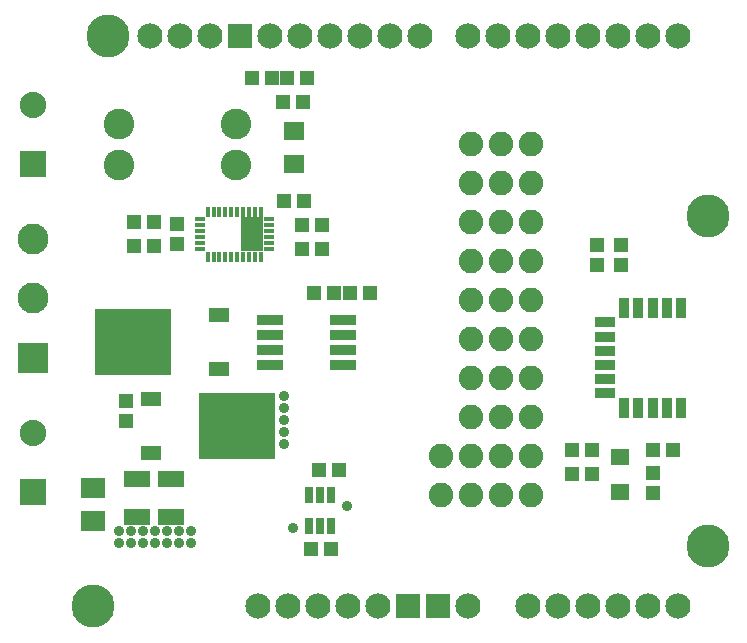
<source format=gts>
G75*
%MOIN*%
%OFA0B0*%
%FSLAX25Y25*%
%IPPOS*%
%LPD*%
%AMOC8*
5,1,8,0,0,1.08239X$1,22.5*
%
%ADD10R,0.04737X0.05131*%
%ADD11R,0.05131X0.04737*%
%ADD12R,0.07099X0.06312*%
%ADD13R,0.08674X0.05524*%
%ADD14R,0.08800X0.08800*%
%ADD15C,0.08800*%
%ADD16C,0.08200*%
%ADD17R,0.10300X0.10300*%
%ADD18C,0.10300*%
%ADD19C,0.08400*%
%ADD20R,0.08400X0.08400*%
%ADD21C,0.14300*%
%ADD22R,0.01784X0.03556*%
%ADD23R,0.03556X0.01784*%
%ADD24R,0.07493X0.11430*%
%ADD25R,0.02965X0.05524*%
%ADD26R,0.25209X0.22060*%
%ADD27R,0.07099X0.04737*%
%ADD28R,0.08800X0.03400*%
%ADD29C,0.10250*%
%ADD30R,0.03556X0.06706*%
%ADD31R,0.06706X0.03556*%
%ADD32R,0.06312X0.05524*%
%ADD33R,0.07887X0.07099*%
%ADD34C,0.03578*%
D10*
X0072300Y0084954D03*
X0072300Y0091646D03*
X0089300Y0143954D03*
X0089300Y0150646D03*
X0229300Y0143646D03*
X0229300Y0136954D03*
X0237300Y0136954D03*
X0237300Y0143646D03*
X0247800Y0067646D03*
X0247800Y0060954D03*
D11*
X0247954Y0075300D03*
X0254646Y0075300D03*
X0227646Y0075300D03*
X0220954Y0075300D03*
X0220954Y0067300D03*
X0227646Y0067300D03*
X0153646Y0127800D03*
X0146954Y0127800D03*
X0141646Y0127800D03*
X0134954Y0127800D03*
X0137646Y0142300D03*
X0130954Y0142300D03*
X0130954Y0150300D03*
X0137646Y0150300D03*
X0131646Y0158300D03*
X0124954Y0158300D03*
X0124454Y0191300D03*
X0131146Y0191300D03*
X0132646Y0199300D03*
X0125954Y0199300D03*
X0120746Y0199300D03*
X0114054Y0199300D03*
X0081646Y0151300D03*
X0074954Y0151300D03*
X0074954Y0143300D03*
X0081646Y0143300D03*
X0136454Y0068800D03*
X0143146Y0068800D03*
X0140646Y0042300D03*
X0133954Y0042300D03*
D12*
X0128300Y0170788D03*
X0128300Y0181812D03*
D13*
X0087300Y0065599D03*
X0075800Y0065599D03*
X0075800Y0053001D03*
X0087300Y0053001D03*
D14*
X0041300Y0061300D03*
X0041300Y0170700D03*
D15*
X0041300Y0190385D03*
X0041300Y0080985D03*
D16*
X0177300Y0073300D03*
X0187300Y0073300D03*
X0197300Y0073300D03*
X0207300Y0073300D03*
X0207300Y0060300D03*
X0197300Y0060300D03*
X0187300Y0060300D03*
X0177300Y0060300D03*
X0187300Y0086300D03*
X0197300Y0086300D03*
X0207300Y0086300D03*
X0207300Y0099300D03*
X0197300Y0099300D03*
X0187300Y0099300D03*
X0187300Y0112300D03*
X0197300Y0112300D03*
X0207300Y0112300D03*
X0207300Y0125300D03*
X0197300Y0125300D03*
X0187300Y0125300D03*
X0187300Y0138300D03*
X0197300Y0138300D03*
X0207300Y0138300D03*
X0207300Y0151300D03*
X0197300Y0151300D03*
X0187300Y0151300D03*
X0187300Y0164300D03*
X0197300Y0164300D03*
X0207300Y0164300D03*
X0207300Y0177300D03*
X0197300Y0177300D03*
X0187300Y0177300D03*
D17*
X0041300Y0106200D03*
D18*
X0041300Y0125885D03*
X0041300Y0145570D03*
D19*
X0080300Y0213300D03*
X0090300Y0213300D03*
X0100300Y0213300D03*
X0120300Y0213300D03*
X0130300Y0213300D03*
X0140300Y0213300D03*
X0150300Y0213300D03*
X0160300Y0213300D03*
X0170300Y0213300D03*
X0186300Y0213300D03*
X0196300Y0213300D03*
X0206300Y0213300D03*
X0216300Y0213300D03*
X0226300Y0213300D03*
X0236300Y0213300D03*
X0246300Y0213300D03*
X0256300Y0213300D03*
X0256300Y0023300D03*
X0246300Y0023300D03*
X0236300Y0023300D03*
X0226300Y0023300D03*
X0216300Y0023300D03*
X0206300Y0023300D03*
X0186300Y0023300D03*
X0156300Y0023300D03*
X0146300Y0023300D03*
X0136300Y0023300D03*
X0126300Y0023300D03*
X0116300Y0023300D03*
D20*
X0166300Y0023300D03*
X0176300Y0023300D03*
X0110300Y0213300D03*
D21*
X0061300Y0023300D03*
X0266300Y0043300D03*
X0266300Y0153300D03*
X0066300Y0213300D03*
D22*
X0099442Y0154780D03*
X0101410Y0154780D03*
X0103379Y0154780D03*
X0105347Y0154780D03*
X0107316Y0154780D03*
X0109284Y0154780D03*
X0111253Y0154780D03*
X0113221Y0154780D03*
X0115190Y0154780D03*
X0117158Y0154780D03*
X0117158Y0139820D03*
X0115190Y0139820D03*
X0113221Y0139820D03*
X0111253Y0139820D03*
X0109284Y0139820D03*
X0107316Y0139820D03*
X0105347Y0139820D03*
X0103379Y0139820D03*
X0101410Y0139820D03*
X0099442Y0139820D03*
D23*
X0096883Y0142379D03*
X0096883Y0144347D03*
X0096883Y0146316D03*
X0096883Y0148284D03*
X0096883Y0150253D03*
X0096883Y0152221D03*
X0119717Y0152221D03*
X0119717Y0150253D03*
X0119717Y0148284D03*
X0119717Y0146316D03*
X0119717Y0144347D03*
X0119717Y0142379D03*
D24*
X0114206Y0147300D03*
D25*
X0133060Y0060418D03*
X0136800Y0060418D03*
X0140540Y0060418D03*
X0140540Y0050182D03*
X0136800Y0050182D03*
X0133060Y0050182D03*
D26*
X0109143Y0083300D03*
X0074457Y0111300D03*
D27*
X0080402Y0092276D03*
X0080402Y0074324D03*
X0103198Y0102324D03*
X0103198Y0120276D03*
D28*
X0120200Y0118800D03*
X0120200Y0113800D03*
X0120200Y0108800D03*
X0120200Y0103800D03*
X0144400Y0103800D03*
X0144400Y0108800D03*
X0144400Y0113800D03*
X0144400Y0118800D03*
D29*
X0108900Y0170500D03*
X0108900Y0183900D03*
X0069900Y0183900D03*
X0069900Y0170500D03*
D30*
X0238280Y0122816D03*
X0243005Y0122816D03*
X0247729Y0122816D03*
X0252454Y0122816D03*
X0257178Y0122816D03*
X0257178Y0089351D03*
X0252454Y0089351D03*
X0247729Y0089351D03*
X0243005Y0089351D03*
X0238280Y0089351D03*
D31*
X0231784Y0094272D03*
X0231784Y0098997D03*
X0231784Y0103721D03*
X0231784Y0108446D03*
X0231784Y0113170D03*
X0231784Y0117894D03*
D32*
X0236800Y0073206D03*
X0236800Y0061394D03*
D33*
X0061210Y0062722D03*
X0061210Y0051698D03*
D34*
X0069800Y0048300D03*
X0069800Y0044300D03*
X0073800Y0044300D03*
X0073800Y0048300D03*
X0077800Y0048300D03*
X0077800Y0044300D03*
X0081800Y0044300D03*
X0081800Y0048300D03*
X0085800Y0048300D03*
X0085800Y0044300D03*
X0089800Y0044300D03*
X0089800Y0048300D03*
X0093800Y0048300D03*
X0093800Y0044300D03*
X0127800Y0049300D03*
X0145800Y0056800D03*
X0124800Y0077300D03*
X0124800Y0081300D03*
X0124800Y0085300D03*
X0124800Y0089300D03*
X0124800Y0093300D03*
M02*

</source>
